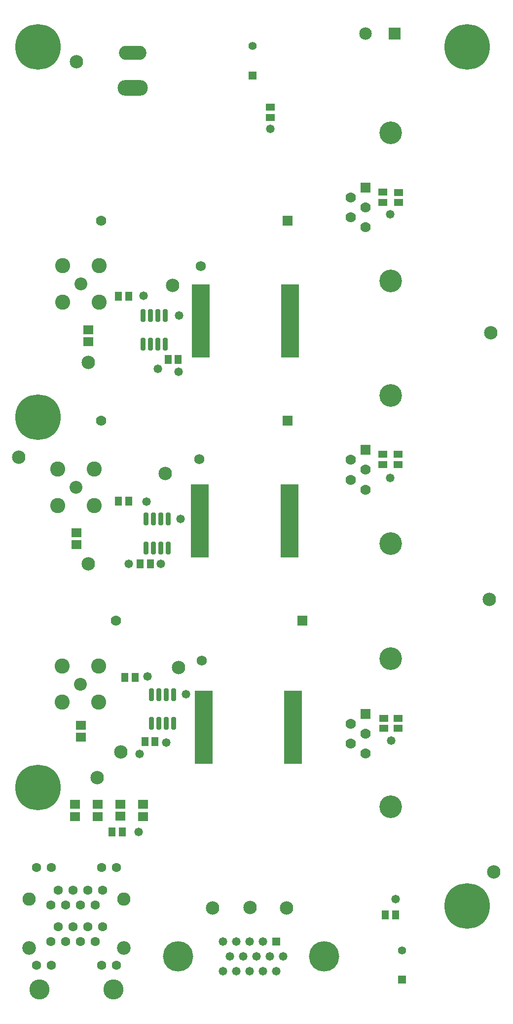
<source format=gts>
G04*
G04 #@! TF.GenerationSoftware,Altium Limited,Altium Designer,22.2.1 (43)*
G04*
G04 Layer_Color=8388736*
%FSLAX25Y25*%
%MOIN*%
G70*
G04*
G04 #@! TF.SameCoordinates,E0F774C6-AB57-453B-A1BD-6DE14182A92C*
G04*
G04*
G04 #@! TF.FilePolarity,Negative*
G04*
G01*
G75*
%ADD21R,0.12402X0.49213*%
%ADD23R,0.04934X0.06115*%
%ADD24R,0.06902X0.06115*%
%ADD25R,0.06115X0.04934*%
G04:AMPARAMS|DCode=26|XSize=85.56mil|YSize=31.62mil|CornerRadius=6.95mil|HoleSize=0mil|Usage=FLASHONLY|Rotation=270.000|XOffset=0mil|YOffset=0mil|HoleType=Round|Shape=RoundedRectangle|*
%AMROUNDEDRECTD26*
21,1,0.08556,0.01772,0,0,270.0*
21,1,0.07165,0.03162,0,0,270.0*
1,1,0.01391,-0.00886,-0.03583*
1,1,0.01391,-0.00886,0.03583*
1,1,0.01391,0.00886,0.03583*
1,1,0.01391,0.00886,-0.03583*
%
%ADD26ROUNDEDRECTD26*%
%ADD27C,0.05800*%
%ADD28R,0.05800X0.05800*%
%ADD29C,0.20485*%
%ADD30R,0.07000X0.07000*%
%ADD31C,0.07000*%
%ADD32C,0.03800*%
%ADD33C,0.30800*%
%ADD34R,0.05600X0.05600*%
%ADD35C,0.05600*%
%ADD36O,0.20485X0.10642*%
%ADD37O,0.18517X0.09658*%
%ADD38C,0.09068*%
%ADD39C,0.06300*%
%ADD40C,0.13600*%
%ADD41C,0.09000*%
%ADD42C,0.09200*%
%ADD43C,0.15300*%
%ADD44R,0.07000X0.07000*%
%ADD45C,0.08674*%
%ADD46C,0.10249*%
%ADD47C,0.08477*%
%ADD48R,0.08477X0.08477*%
%ADD49C,0.06800*%
D21*
X800778Y240800D02*
D03*
X861211D02*
D03*
X858716Y380000D02*
D03*
X798283D02*
D03*
X859311Y515000D02*
D03*
X798878D02*
D03*
D23*
X739000Y170000D02*
D03*
X745890D02*
D03*
X930445Y114000D02*
D03*
X923555D02*
D03*
X783645Y489100D02*
D03*
X776755D02*
D03*
X757955Y351000D02*
D03*
X764845D02*
D03*
X761055Y231000D02*
D03*
X767945D02*
D03*
X743255Y531500D02*
D03*
X750145D02*
D03*
X743355Y393400D02*
D03*
X750245D02*
D03*
X747555Y274400D02*
D03*
X754445D02*
D03*
D24*
X729085Y180232D02*
D03*
Y188500D02*
D03*
X713752D02*
D03*
Y180232D02*
D03*
X759752D02*
D03*
Y188500D02*
D03*
X744419Y188768D02*
D03*
Y180500D02*
D03*
X723000Y509134D02*
D03*
Y500866D02*
D03*
X715000Y372134D02*
D03*
Y363866D02*
D03*
X718000Y242134D02*
D03*
Y233866D02*
D03*
D25*
X845900Y659245D02*
D03*
Y652355D02*
D03*
X922000Y594955D02*
D03*
X932500Y601745D02*
D03*
Y594855D02*
D03*
X922000Y601845D02*
D03*
X932300Y246745D02*
D03*
Y239855D02*
D03*
Y424990D02*
D03*
Y418100D02*
D03*
X922700Y246745D02*
D03*
Y239855D02*
D03*
X921800Y424990D02*
D03*
Y418100D02*
D03*
D26*
X775000Y499276D02*
D03*
X770000D02*
D03*
X765000D02*
D03*
X760000D02*
D03*
Y518724D02*
D03*
X765000D02*
D03*
X770000D02*
D03*
X775000D02*
D03*
X777000Y361776D02*
D03*
X772000D02*
D03*
X767000D02*
D03*
X762000D02*
D03*
Y381224D02*
D03*
X767000D02*
D03*
X772000D02*
D03*
X777000D02*
D03*
X780500Y262724D02*
D03*
X775500D02*
D03*
X770500D02*
D03*
X765500D02*
D03*
Y243276D02*
D03*
X770500D02*
D03*
X775500D02*
D03*
X780500D02*
D03*
D27*
X849898Y76094D02*
D03*
X840921D02*
D03*
X831945D02*
D03*
X822968D02*
D03*
X813992D02*
D03*
X840921Y96094D02*
D03*
X831945D02*
D03*
X822968D02*
D03*
X813992D02*
D03*
X818480Y86094D02*
D03*
X827457D02*
D03*
X836433D02*
D03*
X845409D02*
D03*
X854386D02*
D03*
X757000Y170000D02*
D03*
X757500Y222500D02*
D03*
X772000Y351000D02*
D03*
X763000Y275000D02*
D03*
X750100Y351000D02*
D03*
X775600Y230400D02*
D03*
X788900Y262900D02*
D03*
X930500Y124500D02*
D03*
X927609Y231691D02*
D03*
X927000Y587000D02*
D03*
Y409000D02*
D03*
X769800Y482800D02*
D03*
X762200Y393000D02*
D03*
X760100Y531900D02*
D03*
X785300Y381200D02*
D03*
X784000Y480600D02*
D03*
X784100Y518700D02*
D03*
X845858Y644500D02*
D03*
D28*
X849819Y95937D02*
D03*
D29*
X882063Y86094D02*
D03*
X783677D02*
D03*
D30*
X857500Y447500D02*
D03*
X857500Y582500D02*
D03*
X867500Y312500D02*
D03*
D31*
X731500Y447500D02*
D03*
X900189Y598307D02*
D03*
X910189Y591614D02*
D03*
X900189Y584921D02*
D03*
X910189Y578228D02*
D03*
X900189Y421193D02*
D03*
X910189Y414500D02*
D03*
X900189Y407807D02*
D03*
X910189Y401114D02*
D03*
Y223000D02*
D03*
X900189Y229693D02*
D03*
X910189Y236386D02*
D03*
X900189Y243079D02*
D03*
X731500Y582500D02*
D03*
X741500Y312500D02*
D03*
D32*
X979000Y131250D02*
D03*
X990250Y120000D02*
D03*
X979000Y108750D02*
D03*
X967750Y120000D02*
D03*
X969158Y125906D02*
D03*
X973094Y129842D02*
D03*
Y110158D02*
D03*
X988842Y114094D02*
D03*
X984906Y129842D02*
D03*
X969158Y114094D02*
D03*
X984906Y110158D02*
D03*
X988842Y125906D02*
D03*
X689000Y461250D02*
D03*
X700250Y450000D02*
D03*
X689000Y438750D02*
D03*
X677750Y450000D02*
D03*
X679157Y455905D02*
D03*
X683095Y459842D02*
D03*
Y440158D02*
D03*
X698842Y444095D02*
D03*
X694906Y459842D02*
D03*
X679157Y444095D02*
D03*
X694906Y440158D02*
D03*
X698842Y455905D02*
D03*
X689000Y211250D02*
D03*
X700250Y200000D02*
D03*
X689000Y188750D02*
D03*
X677750Y200000D02*
D03*
X679157Y205906D02*
D03*
X683095Y209842D02*
D03*
Y190157D02*
D03*
X698842Y194095D02*
D03*
X694906Y209842D02*
D03*
X679157Y194095D02*
D03*
X694906Y190157D02*
D03*
X698842Y205906D02*
D03*
X689000Y711250D02*
D03*
X700250Y700000D02*
D03*
X689000Y688750D02*
D03*
X677750Y700000D02*
D03*
X679157Y705905D02*
D03*
X683095Y709842D02*
D03*
Y690158D02*
D03*
X698842Y694095D02*
D03*
X694906Y709842D02*
D03*
X679157Y694095D02*
D03*
X694906Y690158D02*
D03*
X698842Y705905D02*
D03*
X988842D02*
D03*
X984906Y690158D02*
D03*
X969158Y694095D02*
D03*
X984906Y709842D02*
D03*
X988842Y694095D02*
D03*
X973094Y690158D02*
D03*
Y709842D02*
D03*
X969158Y705905D02*
D03*
X967750Y700000D02*
D03*
X979000Y688750D02*
D03*
X990250Y700000D02*
D03*
X979000Y711250D02*
D03*
D33*
Y120000D02*
D03*
X689000Y450000D02*
D03*
Y200000D02*
D03*
Y700000D02*
D03*
X979000D02*
D03*
D34*
X935000Y70300D02*
D03*
X834031Y680800D02*
D03*
D35*
X935000Y90000D02*
D03*
X834031Y700500D02*
D03*
D36*
X753000Y672378D02*
D03*
D37*
Y696000D02*
D03*
D38*
X715000Y690000D02*
D03*
X729000Y206500D02*
D03*
X780000Y539000D02*
D03*
X995000Y507000D02*
D03*
X857000Y118700D02*
D03*
X775000Y412000D02*
D03*
X994000Y327000D02*
D03*
X832200Y118900D02*
D03*
X784000Y281000D02*
D03*
X997000Y143000D02*
D03*
X676000Y423000D02*
D03*
X806800Y118600D02*
D03*
X723000Y487000D02*
D03*
Y351000D02*
D03*
X745000Y224000D02*
D03*
D39*
X742000Y80094D02*
D03*
X732000D02*
D03*
X698000D02*
D03*
X688000D02*
D03*
X732000Y146094D02*
D03*
X698000D02*
D03*
X742000D02*
D03*
X688000D02*
D03*
X732500Y130594D02*
D03*
X727500Y120594D02*
D03*
X722500Y130594D02*
D03*
X717500Y120594D02*
D03*
X712500Y130594D02*
D03*
X707500Y120594D02*
D03*
X702500Y130594D02*
D03*
X697500Y120594D02*
D03*
X732500Y106094D02*
D03*
X727500Y96094D02*
D03*
X722500Y106094D02*
D03*
X717500Y96094D02*
D03*
X712500Y106094D02*
D03*
X707500Y96094D02*
D03*
X702500Y106094D02*
D03*
X697500Y96094D02*
D03*
D40*
X740000Y63594D02*
D03*
X690000D02*
D03*
D41*
X747000Y124594D02*
D03*
X683000D02*
D03*
D42*
X747000Y91594D02*
D03*
X683000D02*
D03*
D43*
X927189Y542000D02*
D03*
Y642000D02*
D03*
Y287000D02*
D03*
Y187000D02*
D03*
Y364500D02*
D03*
Y464500D02*
D03*
D44*
X910189Y605000D02*
D03*
Y427886D02*
D03*
Y249772D02*
D03*
D45*
X717677Y269823D02*
D03*
X714677Y402677D02*
D03*
X718000Y540000D02*
D03*
D46*
X705354Y282146D02*
D03*
X730000D02*
D03*
Y257500D02*
D03*
X705354D02*
D03*
X702354Y415000D02*
D03*
X727000D02*
D03*
Y390354D02*
D03*
X702354D02*
D03*
X730323Y527677D02*
D03*
Y552323D02*
D03*
X705677D02*
D03*
Y527677D02*
D03*
D47*
X910157Y709000D02*
D03*
D48*
X929842D02*
D03*
D49*
X799500Y285748D02*
D03*
X798000Y421500D02*
D03*
X799000Y552000D02*
D03*
M02*

</source>
